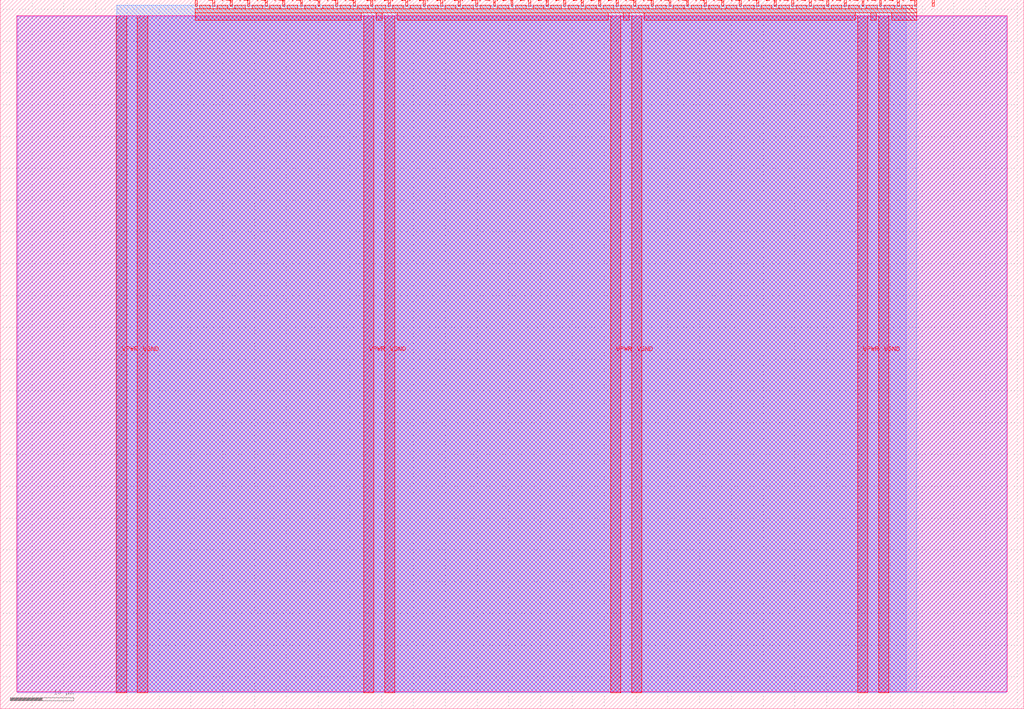
<source format=lef>
VERSION 5.7 ;
  NOWIREEXTENSIONATPIN ON ;
  DIVIDERCHAR "/" ;
  BUSBITCHARS "[]" ;
MACRO tt_um_wokwi_446364136220529665
  CLASS BLOCK ;
  FOREIGN tt_um_wokwi_446364136220529665 ;
  ORIGIN 0.000 0.000 ;
  SIZE 161.000 BY 111.520 ;
  PIN VGND
    DIRECTION INOUT ;
    USE GROUND ;
    PORT
      LAYER met4 ;
        RECT 21.580 2.480 23.180 109.040 ;
    END
    PORT
      LAYER met4 ;
        RECT 60.450 2.480 62.050 109.040 ;
    END
    PORT
      LAYER met4 ;
        RECT 99.320 2.480 100.920 109.040 ;
    END
    PORT
      LAYER met4 ;
        RECT 138.190 2.480 139.790 109.040 ;
    END
  END VGND
  PIN VPWR
    DIRECTION INOUT ;
    USE POWER ;
    PORT
      LAYER met4 ;
        RECT 18.280 2.480 19.880 109.040 ;
    END
    PORT
      LAYER met4 ;
        RECT 57.150 2.480 58.750 109.040 ;
    END
    PORT
      LAYER met4 ;
        RECT 96.020 2.480 97.620 109.040 ;
    END
    PORT
      LAYER met4 ;
        RECT 134.890 2.480 136.490 109.040 ;
    END
  END VPWR
  PIN clk
    DIRECTION INPUT ;
    USE SIGNAL ;
    ANTENNAGATEAREA 0.852000 ;
    PORT
      LAYER met4 ;
        RECT 143.830 110.520 144.130 111.520 ;
    END
  END clk
  PIN ena
    DIRECTION INPUT ;
    USE SIGNAL ;
    PORT
      LAYER met4 ;
        RECT 146.590 110.520 146.890 111.520 ;
    END
  END ena
  PIN rst_n
    DIRECTION INPUT ;
    USE SIGNAL ;
    ANTENNAGATEAREA 0.196500 ;
    PORT
      LAYER met4 ;
        RECT 141.070 110.520 141.370 111.520 ;
    END
  END rst_n
  PIN ui_in[0]
    DIRECTION INPUT ;
    USE SIGNAL ;
    PORT
      LAYER met4 ;
        RECT 138.310 110.520 138.610 111.520 ;
    END
  END ui_in[0]
  PIN ui_in[1]
    DIRECTION INPUT ;
    USE SIGNAL ;
    PORT
      LAYER met4 ;
        RECT 135.550 110.520 135.850 111.520 ;
    END
  END ui_in[1]
  PIN ui_in[2]
    DIRECTION INPUT ;
    USE SIGNAL ;
    PORT
      LAYER met4 ;
        RECT 132.790 110.520 133.090 111.520 ;
    END
  END ui_in[2]
  PIN ui_in[3]
    DIRECTION INPUT ;
    USE SIGNAL ;
    PORT
      LAYER met4 ;
        RECT 130.030 110.520 130.330 111.520 ;
    END
  END ui_in[3]
  PIN ui_in[4]
    DIRECTION INPUT ;
    USE SIGNAL ;
    PORT
      LAYER met4 ;
        RECT 127.270 110.520 127.570 111.520 ;
    END
  END ui_in[4]
  PIN ui_in[5]
    DIRECTION INPUT ;
    USE SIGNAL ;
    PORT
      LAYER met4 ;
        RECT 124.510 110.520 124.810 111.520 ;
    END
  END ui_in[5]
  PIN ui_in[6]
    DIRECTION INPUT ;
    USE SIGNAL ;
    PORT
      LAYER met4 ;
        RECT 121.750 110.520 122.050 111.520 ;
    END
  END ui_in[6]
  PIN ui_in[7]
    DIRECTION INPUT ;
    USE SIGNAL ;
    PORT
      LAYER met4 ;
        RECT 118.990 110.520 119.290 111.520 ;
    END
  END ui_in[7]
  PIN uio_in[0]
    DIRECTION INPUT ;
    USE SIGNAL ;
    PORT
      LAYER met4 ;
        RECT 116.230 110.520 116.530 111.520 ;
    END
  END uio_in[0]
  PIN uio_in[1]
    DIRECTION INPUT ;
    USE SIGNAL ;
    PORT
      LAYER met4 ;
        RECT 113.470 110.520 113.770 111.520 ;
    END
  END uio_in[1]
  PIN uio_in[2]
    DIRECTION INPUT ;
    USE SIGNAL ;
    PORT
      LAYER met4 ;
        RECT 110.710 110.520 111.010 111.520 ;
    END
  END uio_in[2]
  PIN uio_in[3]
    DIRECTION INPUT ;
    USE SIGNAL ;
    PORT
      LAYER met4 ;
        RECT 107.950 110.520 108.250 111.520 ;
    END
  END uio_in[3]
  PIN uio_in[4]
    DIRECTION INPUT ;
    USE SIGNAL ;
    PORT
      LAYER met4 ;
        RECT 105.190 110.520 105.490 111.520 ;
    END
  END uio_in[4]
  PIN uio_in[5]
    DIRECTION INPUT ;
    USE SIGNAL ;
    PORT
      LAYER met4 ;
        RECT 102.430 110.520 102.730 111.520 ;
    END
  END uio_in[5]
  PIN uio_in[6]
    DIRECTION INPUT ;
    USE SIGNAL ;
    PORT
      LAYER met4 ;
        RECT 99.670 110.520 99.970 111.520 ;
    END
  END uio_in[6]
  PIN uio_in[7]
    DIRECTION INPUT ;
    USE SIGNAL ;
    PORT
      LAYER met4 ;
        RECT 96.910 110.520 97.210 111.520 ;
    END
  END uio_in[7]
  PIN uio_oe[0]
    DIRECTION OUTPUT ;
    USE SIGNAL ;
    PORT
      LAYER met4 ;
        RECT 49.990 110.520 50.290 111.520 ;
    END
  END uio_oe[0]
  PIN uio_oe[1]
    DIRECTION OUTPUT ;
    USE SIGNAL ;
    PORT
      LAYER met4 ;
        RECT 47.230 110.520 47.530 111.520 ;
    END
  END uio_oe[1]
  PIN uio_oe[2]
    DIRECTION OUTPUT ;
    USE SIGNAL ;
    PORT
      LAYER met4 ;
        RECT 44.470 110.520 44.770 111.520 ;
    END
  END uio_oe[2]
  PIN uio_oe[3]
    DIRECTION OUTPUT ;
    USE SIGNAL ;
    PORT
      LAYER met4 ;
        RECT 41.710 110.520 42.010 111.520 ;
    END
  END uio_oe[3]
  PIN uio_oe[4]
    DIRECTION OUTPUT ;
    USE SIGNAL ;
    PORT
      LAYER met4 ;
        RECT 38.950 110.520 39.250 111.520 ;
    END
  END uio_oe[4]
  PIN uio_oe[5]
    DIRECTION OUTPUT ;
    USE SIGNAL ;
    PORT
      LAYER met4 ;
        RECT 36.190 110.520 36.490 111.520 ;
    END
  END uio_oe[5]
  PIN uio_oe[6]
    DIRECTION OUTPUT ;
    USE SIGNAL ;
    PORT
      LAYER met4 ;
        RECT 33.430 110.520 33.730 111.520 ;
    END
  END uio_oe[6]
  PIN uio_oe[7]
    DIRECTION OUTPUT ;
    USE SIGNAL ;
    PORT
      LAYER met4 ;
        RECT 30.670 110.520 30.970 111.520 ;
    END
  END uio_oe[7]
  PIN uio_out[0]
    DIRECTION OUTPUT ;
    USE SIGNAL ;
    PORT
      LAYER met4 ;
        RECT 72.070 110.520 72.370 111.520 ;
    END
  END uio_out[0]
  PIN uio_out[1]
    DIRECTION OUTPUT ;
    USE SIGNAL ;
    PORT
      LAYER met4 ;
        RECT 69.310 110.520 69.610 111.520 ;
    END
  END uio_out[1]
  PIN uio_out[2]
    DIRECTION OUTPUT ;
    USE SIGNAL ;
    PORT
      LAYER met4 ;
        RECT 66.550 110.520 66.850 111.520 ;
    END
  END uio_out[2]
  PIN uio_out[3]
    DIRECTION OUTPUT ;
    USE SIGNAL ;
    PORT
      LAYER met4 ;
        RECT 63.790 110.520 64.090 111.520 ;
    END
  END uio_out[3]
  PIN uio_out[4]
    DIRECTION OUTPUT ;
    USE SIGNAL ;
    PORT
      LAYER met4 ;
        RECT 61.030 110.520 61.330 111.520 ;
    END
  END uio_out[4]
  PIN uio_out[5]
    DIRECTION OUTPUT ;
    USE SIGNAL ;
    PORT
      LAYER met4 ;
        RECT 58.270 110.520 58.570 111.520 ;
    END
  END uio_out[5]
  PIN uio_out[6]
    DIRECTION OUTPUT ;
    USE SIGNAL ;
    PORT
      LAYER met4 ;
        RECT 55.510 110.520 55.810 111.520 ;
    END
  END uio_out[6]
  PIN uio_out[7]
    DIRECTION OUTPUT ;
    USE SIGNAL ;
    PORT
      LAYER met4 ;
        RECT 52.750 110.520 53.050 111.520 ;
    END
  END uio_out[7]
  PIN uo_out[0]
    DIRECTION OUTPUT ;
    USE SIGNAL ;
    ANTENNADIFFAREA 0.445500 ;
    PORT
      LAYER met4 ;
        RECT 94.150 110.520 94.450 111.520 ;
    END
  END uo_out[0]
  PIN uo_out[1]
    DIRECTION OUTPUT ;
    USE SIGNAL ;
    ANTENNADIFFAREA 0.445500 ;
    PORT
      LAYER met4 ;
        RECT 91.390 110.520 91.690 111.520 ;
    END
  END uo_out[1]
  PIN uo_out[2]
    DIRECTION OUTPUT ;
    USE SIGNAL ;
    ANTENNADIFFAREA 0.445500 ;
    PORT
      LAYER met4 ;
        RECT 88.630 110.520 88.930 111.520 ;
    END
  END uo_out[2]
  PIN uo_out[3]
    DIRECTION OUTPUT ;
    USE SIGNAL ;
    ANTENNADIFFAREA 0.445500 ;
    PORT
      LAYER met4 ;
        RECT 85.870 110.520 86.170 111.520 ;
    END
  END uo_out[3]
  PIN uo_out[4]
    DIRECTION OUTPUT ;
    USE SIGNAL ;
    ANTENNADIFFAREA 0.445500 ;
    PORT
      LAYER met4 ;
        RECT 83.110 110.520 83.410 111.520 ;
    END
  END uo_out[4]
  PIN uo_out[5]
    DIRECTION OUTPUT ;
    USE SIGNAL ;
    ANTENNADIFFAREA 0.445500 ;
    PORT
      LAYER met4 ;
        RECT 80.350 110.520 80.650 111.520 ;
    END
  END uo_out[5]
  PIN uo_out[6]
    DIRECTION OUTPUT ;
    USE SIGNAL ;
    PORT
      LAYER met4 ;
        RECT 77.590 110.520 77.890 111.520 ;
    END
  END uo_out[6]
  PIN uo_out[7]
    DIRECTION OUTPUT ;
    USE SIGNAL ;
    PORT
      LAYER met4 ;
        RECT 74.830 110.520 75.130 111.520 ;
    END
  END uo_out[7]
  OBS
      LAYER nwell ;
        RECT 2.570 2.635 158.430 108.990 ;
      LAYER li1 ;
        RECT 2.760 2.635 158.240 108.885 ;
      LAYER met1 ;
        RECT 2.760 2.480 158.240 109.040 ;
      LAYER met2 ;
        RECT 18.310 2.535 142.510 110.685 ;
      LAYER met3 ;
        RECT 18.290 2.555 144.170 110.665 ;
      LAYER met4 ;
        RECT 31.370 110.120 33.030 110.665 ;
        RECT 34.130 110.120 35.790 110.665 ;
        RECT 36.890 110.120 38.550 110.665 ;
        RECT 39.650 110.120 41.310 110.665 ;
        RECT 42.410 110.120 44.070 110.665 ;
        RECT 45.170 110.120 46.830 110.665 ;
        RECT 47.930 110.120 49.590 110.665 ;
        RECT 50.690 110.120 52.350 110.665 ;
        RECT 53.450 110.120 55.110 110.665 ;
        RECT 56.210 110.120 57.870 110.665 ;
        RECT 58.970 110.120 60.630 110.665 ;
        RECT 61.730 110.120 63.390 110.665 ;
        RECT 64.490 110.120 66.150 110.665 ;
        RECT 67.250 110.120 68.910 110.665 ;
        RECT 70.010 110.120 71.670 110.665 ;
        RECT 72.770 110.120 74.430 110.665 ;
        RECT 75.530 110.120 77.190 110.665 ;
        RECT 78.290 110.120 79.950 110.665 ;
        RECT 81.050 110.120 82.710 110.665 ;
        RECT 83.810 110.120 85.470 110.665 ;
        RECT 86.570 110.120 88.230 110.665 ;
        RECT 89.330 110.120 90.990 110.665 ;
        RECT 92.090 110.120 93.750 110.665 ;
        RECT 94.850 110.120 96.510 110.665 ;
        RECT 97.610 110.120 99.270 110.665 ;
        RECT 100.370 110.120 102.030 110.665 ;
        RECT 103.130 110.120 104.790 110.665 ;
        RECT 105.890 110.120 107.550 110.665 ;
        RECT 108.650 110.120 110.310 110.665 ;
        RECT 111.410 110.120 113.070 110.665 ;
        RECT 114.170 110.120 115.830 110.665 ;
        RECT 116.930 110.120 118.590 110.665 ;
        RECT 119.690 110.120 121.350 110.665 ;
        RECT 122.450 110.120 124.110 110.665 ;
        RECT 125.210 110.120 126.870 110.665 ;
        RECT 127.970 110.120 129.630 110.665 ;
        RECT 130.730 110.120 132.390 110.665 ;
        RECT 133.490 110.120 135.150 110.665 ;
        RECT 136.250 110.120 137.910 110.665 ;
        RECT 139.010 110.120 140.670 110.665 ;
        RECT 141.770 110.120 143.430 110.665 ;
        RECT 30.655 109.440 144.145 110.120 ;
        RECT 30.655 108.295 56.750 109.440 ;
        RECT 59.150 108.295 60.050 109.440 ;
        RECT 62.450 108.295 95.620 109.440 ;
        RECT 98.020 108.295 98.920 109.440 ;
        RECT 101.320 108.295 134.490 109.440 ;
        RECT 136.890 108.295 137.790 109.440 ;
        RECT 140.190 108.295 144.145 109.440 ;
  END
END tt_um_wokwi_446364136220529665
END LIBRARY


</source>
